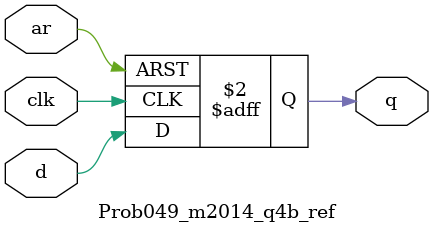
<source format=sv>

module Prob049_m2014_q4b_ref (
  input clk,
  input d,
  input ar,
  output logic q
);

  always@(posedge clk or posedge ar) begin
    if (ar)
      q <= 0;
    else
      q <= d;
  end

endmodule


</source>
